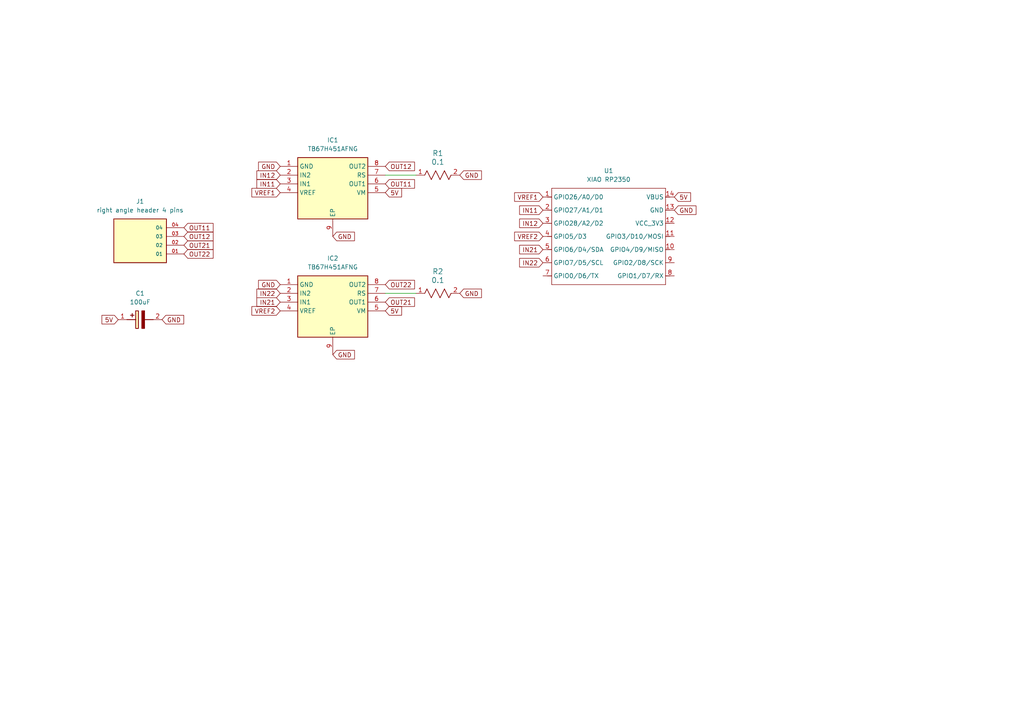
<source format=kicad_sch>
(kicad_sch (version 20250114) (generator "eeschema") (generator_version "9.0")
  (paper "A4")
  (lib_symbols
    (symbol "Neil:Capacitor 0.26x0.26" (pin_names (hide yes))
      (property "Reference" "C" (at 8.89 6.35 0))
      (property "Value" "100uF" (at 8.89 3.81 0))
      (symbol "Capacitor 0.26x0.26_1_1"
        (polyline (pts (xy 2.54 0) (xy 5.08 0)) (stroke (width 0.254)))
        (polyline (pts (xy 4.064 1.778) (xy 4.064 0.762)) (stroke (width 0.254)))
        (polyline (pts (xy 4.572 1.27) (xy 3.556 1.27)) (stroke (width 0.254)))
        (rectangle (start 5.08 2.54) (end 5.842 -2.54) (stroke (width 0.254)) (fill (type background)))
        (polyline (pts (xy 7.62 2.54) (xy 7.62 -2.54) (xy 6.858 -2.54) (xy 6.858 2.54) (xy 7.62 2.54)) (stroke (width 0.254)) (fill (type outline)))
        (polyline (pts (xy 7.62 0) (xy 10.16 0)) (stroke (width 0.254)))
        (pin passive line (at 0 0 0) (length 2.54) (name "+") (number "1"))
        (pin passive line (at 12.7 0 180) (length 2.54) (name "-") (number "2"))
      )
    )
    (symbol "Neil:Resistor 1206" (pin_names (offset 0.254))
      (property "Reference" "R" (at 5.715 3.81 0))
      (property "Value" "1k" (at 6.35 -3.81 0))
      (symbol "Resistor 1206_1_1"
        (polyline (pts (xy 2.54 0) (xy 3.175 1.27)) (stroke (width 0.2032)))
        (polyline (pts (xy 3.175 1.27) (xy 4.445 -1.27)) (stroke (width 0.2032)))
        (polyline (pts (xy 4.445 -1.27) (xy 5.715 1.27)) (stroke (width 0.2032)))
        (polyline (pts (xy 5.715 1.27) (xy 6.985 -1.27)) (stroke (width 0.2032)))
        (polyline (pts (xy 6.985 -1.27) (xy 8.255 1.27)) (stroke (width 0.2032)))
        (polyline (pts (xy 8.255 1.27) (xy 9.525 -1.27)) (stroke (width 0.2032)))
        (polyline (pts (xy 9.525 -1.27) (xy 10.16 0)) (stroke (width 0.2032)))
        (pin unspecified line (at 0 0 0) (length 2.54) (name "") (number "1"))
        (pin unspecified line (at 12.7 0 180) (length 2.54) (name "") (number "2"))
      )
      (symbol "Resistor 1206_1_2"
        (polyline (pts (xy -1.27 8.255) (xy 1.27 9.525)) (stroke (width 0.2032)))
        (polyline (pts (xy -1.27 5.715) (xy 1.27 6.985)) (stroke (width 0.2032)))
        (polyline (pts (xy -1.27 3.175) (xy 1.27 4.445)) (stroke (width 0.2032)))
        (polyline (pts (xy 0 2.54) (xy -1.27 3.175)) (stroke (width 0.2032)))
        (polyline (pts (xy 1.27 9.525) (xy 0 10.16)) (stroke (width 0.2032)))
        (polyline (pts (xy 1.27 6.985) (xy -1.27 8.255)) (stroke (width 0.2032)))
        (polyline (pts (xy 1.27 4.445) (xy -1.27 5.715)) (stroke (width 0.2032)))
        (pin unspecified line (at 0 12.7 270) (length 2.54) (name "") (number "1"))
        (pin unspecified line (at 0 0 90) (length 2.54) (name "") (number "2"))
      )
    )
    (symbol "Neil:TB67H451AFNG"
      (property "Reference" "IC" (at 26.67 7.62 0))
      (property "Value" "TB67H451AFNG" (at 26.67 5.08 0))
      (symbol "TB67H451AFNG_1_1"
        (rectangle (start 5.08 2.54) (end 25.4 -15.24) (stroke (width 0.254)) (fill (type background)))
        (pin passive line (at 0 0 0) (length 5.08) (name "GND") (number "1"))
        (pin passive line (at 0 -2.54 0) (length 5.08) (name "IN2") (number "2"))
        (pin passive line (at 0 -5.08 0) (length 5.08) (name "IN1") (number "3"))
        (pin passive line (at 0 -7.62 0) (length 5.08) (name "VREF") (number "4"))
        (pin passive line (at 15.24 -20.32 90) (length 5.08) (name "EP") (number "9"))
        (pin passive line (at 30.48 0 180) (length 5.08) (name "OUT2") (number "8"))
        (pin passive line (at 30.48 -2.54 180) (length 5.08) (name "RS") (number "7"))
        (pin passive line (at 30.48 -5.08 180) (length 5.08) (name "OUT1") (number "6"))
        (pin passive line (at 30.48 -7.62 180) (length 5.08) (name "VM") (number "5"))
      )
    )
    (symbol "Neil:TB67H451AFNG H-bridge"
      (property "Reference" "IC" (at 26.67 7.62 0))
      (property "Value" "TB67H451AFNG" (at 26.67 5.08 0))
      (symbol "TB67H451AFNG H-bridge_1_1"
        (rectangle (start 5.08 2.54) (end 25.4 -15.24) (stroke (width 0.254)) (fill (type background)))
        (pin passive line (at 0 0 0) (length 5.08) (name "GND") (number "1"))
        (pin passive line (at 0 -2.54 0) (length 5.08) (name "IN2") (number "2"))
        (pin passive line (at 0 -5.08 0) (length 5.08) (name "IN1") (number "3"))
        (pin passive line (at 0 -7.62 0) (length 5.08) (name "VREF") (number "4"))
        (pin passive line (at 15.24 -20.32 90) (length 5.08) (name "EP") (number "9"))
        (pin passive line (at 30.48 0 180) (length 5.08) (name "OUT2") (number "8"))
        (pin passive line (at 30.48 -2.54 180) (length 5.08) (name "RS") (number "7"))
        (pin passive line (at 30.48 -5.08 180) (length 5.08) (name "OUT1") (number "6"))
        (pin passive line (at 30.48 -7.62 180) (length 5.08) (name "VM") (number "5"))
      )
    )
    (symbol "Neil:XIAO RP2350"
      (property "Reference" "U" (at 1.016 2.794 0))
      (property "Value" "XIAO RP2350" (at 7.62 1.016 0))
      (symbol "XIAO RP2350_1_0"
        (polyline (pts (xy 0 0) (xy 33.02 0)) (stroke (width 0.1524)))
        (polyline (pts (xy 0 -2.54) (xy -1.27 -2.54)) (stroke (width 0.1524)))
        (polyline (pts (xy 0 -2.54) (xy 0 0)) (stroke (width 0.1524)))
        (polyline (pts (xy 0 -6.35) (xy -1.27 -6.35)) (stroke (width 0.1524)))
        (polyline (pts (xy 0 -6.35) (xy 0 -2.54)) (stroke (width 0.1524)))
        (polyline (pts (xy 0 -10.16) (xy -1.27 -10.16)) (stroke (width 0.1524)))
        (polyline (pts (xy 0 -10.16) (xy 0 -6.35)) (stroke (width 0.1524)))
        (polyline (pts (xy 0 -13.97) (xy -1.27 -13.97)) (stroke (width 0.1524)))
        (polyline (pts (xy 0 -13.97) (xy 0 -10.16)) (stroke (width 0.1524)))
        (polyline (pts (xy 0 -17.78) (xy -1.27 -17.78)) (stroke (width 0.1524)))
        (polyline (pts (xy 0 -21.59) (xy -1.27 -21.59)) (stroke (width 0.1524)))
        (polyline (pts (xy 0 -25.4) (xy -1.27 -25.4)) (stroke (width 0.1524)))
        (polyline (pts (xy 0 -27.94) (xy 0 -13.97)) (stroke (width 0.1524)))
        (polyline (pts (xy 33.02 0) (xy 33.02 -2.54)) (stroke (width 0.1524)))
        (polyline (pts (xy 33.02 -2.54) (xy 33.02 -6.35)) (stroke (width 0.1524)))
        (polyline (pts (xy 33.02 -6.35) (xy 33.02 -10.16)) (stroke (width 0.1524)))
        (polyline (pts (xy 33.02 -10.16) (xy 33.02 -27.94)) (stroke (width 0.1524)))
        (polyline (pts (xy 33.02 -27.94) (xy 0 -27.94)) (stroke (width 0.1524)))
        (polyline (pts (xy 34.29 -2.54) (xy 33.02 -2.54)) (stroke (width 0.1524)))
        (polyline (pts (xy 34.29 -6.35) (xy 33.02 -6.35)) (stroke (width 0.1524)))
        (polyline (pts (xy 34.29 -10.16) (xy 33.02 -10.16)) (stroke (width 0.1524)))
        (polyline (pts (xy 34.29 -13.97) (xy 33.02 -13.97)) (stroke (width 0.1524)))
        (polyline (pts (xy 34.29 -17.78) (xy 33.02 -17.78)) (stroke (width 0.1524)))
        (polyline (pts (xy 34.29 -21.59) (xy 33.02 -21.59)) (stroke (width 0.1524)))
        (polyline (pts (xy 34.29 -25.4) (xy 33.02 -25.4)) (stroke (width 0.1524)))
        (pin passive line (at -2.54 -2.54 0) (length 2.54) (name "GPIO26/A0/D0") (number "1"))
        (pin passive line (at -2.54 -6.35 0) (length 2.54) (name "GPIO27/A1/D1") (number "2"))
        (pin passive line (at -2.54 -10.16 0) (length 2.54) (name "GPIO28/A2/D2") (number "3"))
        (pin passive line (at -2.54 -13.97 0) (length 2.54) (name "GPIO5/D3") (number "4"))
        (pin passive line (at -2.54 -17.78 0) (length 2.54) (name "GPIO6/D4/SDA") (number "5"))
        (pin passive line (at -2.54 -21.59 0) (length 2.54) (name "GPIO7/D5/SCL") (number "6"))
        (pin passive line (at -2.54 -25.4 0) (length 2.54) (name "GPIO0/D6/TX") (number "7"))
        (pin passive line (at 35.56 -2.54 180) (length 2.54) (name "VBUS") (number "14"))
        (pin passive line (at 35.56 -6.35 180) (length 2.54) (name "GND") (number "13"))
        (pin passive line (at 35.56 -10.16 180) (length 2.54) (name "VCC_3V3") (number "12"))
        (pin passive line (at 35.56 -13.97 180) (length 2.54) (name "GPIO3/D10/MOSI") (number "11"))
        (pin passive line (at 35.56 -17.78 180) (length 2.54) (name "GPIO4/D9/MISO") (number "10"))
        (pin passive line (at 35.56 -21.59 180) (length 2.54) (name "GPIO2/D8/SCK") (number "9"))
        (pin passive line (at 35.56 -25.4 180) (length 2.54) (name "GPIO1/D7/RX") (number "8"))
      )
    )
    (symbol "Neil:right angle header 4 pins" (pin_names (offset 1.016))
      (property "Reference" "J" (at -8.12 7.62 0))
      (property "Value" "right angle header 4 pins" (at -7.62 -7.62 0))
      (symbol "right angle header 4 pins_0_0"
        (rectangle (start -7.62 -5.08) (end 7.62 7.62) (stroke (width 0.254)) (fill (type background)))
        (pin passive line (at -12.7 5.08 0) (length 5.08) (name "01") (number "01"))
        (pin passive line (at -12.7 2.54 0) (length 5.08) (name "02") (number "02"))
        (pin passive line (at -12.7 0 0) (length 5.08) (name "03") (number "03"))
        (pin passive line (at -12.7 -2.54 0) (length 5.08) (name "04") (number "04"))
      )
    )
  )
  (wire (pts (xy 111.76 85.09) (xy 120.65 85.09)))
  (wire (pts (xy 111.76 50.8) (xy 120.65 50.8)))
  (global_label "5V" (shape input) (at 111.76 90.17 0) (property "Intersheetrefs" "${INTERSHEET_REFS}" (effects (hide yes))))
  (global_label "OUT21" (shape input) (at 53.34 71.12 0) (property "Intersheetrefs" "${INTERSHEET_REFS}" (effects (hide yes))))
  (global_label "OUT21" (shape input) (at 111.76 87.63 0) (property "Intersheetrefs" "${INTERSHEET_REFS}" (effects (hide yes))))
  (global_label "GND" (shape input) (at 96.52 68.58 0) (property "Intersheetrefs" "${INTERSHEET_REFS}" (effects (hide yes))))
  (global_label "OUT12" (shape input) (at 53.34 68.58 0) (property "Intersheetrefs" "${INTERSHEET_REFS}" (effects (hide yes))))
  (global_label "IN12" (shape input) (at 157.48 64.77 180) (property "Intersheetrefs" "${INTERSHEET_REFS}" (effects (hide yes))))
  (global_label "VREF1" (shape input) (at 157.48 57.15 180) (property "Intersheetrefs" "${INTERSHEET_REFS}" (effects (hide yes))))
  (global_label "GND" (shape input) (at 133.35 85.09 0) (property "Intersheetrefs" "${INTERSHEET_REFS}" (effects (hide yes))))
  (global_label "OUT22" (shape input) (at 111.76 82.55 0) (property "Intersheetrefs" "${INTERSHEET_REFS}" (effects (hide yes))))
  (global_label "OUT11" (shape input) (at 111.76 53.34 0) (property "Intersheetrefs" "${INTERSHEET_REFS}" (effects (hide yes))))
  (global_label "IN21" (shape input) (at 157.48 72.39 180) (property "Intersheetrefs" "${INTERSHEET_REFS}" (effects (hide yes))))
  (global_label "5V" (shape input) (at 111.76 55.88 0) (property "Intersheetrefs" "${INTERSHEET_REFS}" (effects (hide yes))))
  (global_label "5V" (shape input) (at 34.29 92.71 180) (property "Intersheetrefs" "${INTERSHEET_REFS}" (effects (hide yes))))
  (global_label "IN22" (shape input) (at 157.48 76.2 180) (property "Intersheetrefs" "${INTERSHEET_REFS}" (effects (hide yes))))
  (global_label "GND" (shape input) (at 195.58 60.96 0) (property "Intersheetrefs" "${INTERSHEET_REFS}" (effects (hide yes))))
  (global_label "VREF2" (shape input) (at 81.28 90.17 180) (property "Intersheetrefs" "${INTERSHEET_REFS}" (effects (hide yes))))
  (global_label "GND" (shape input) (at 96.52 102.87 0) (property "Intersheetrefs" "${INTERSHEET_REFS}" (effects (hide yes))))
  (global_label "5V" (shape input) (at 195.58 57.15 0) (property "Intersheetrefs" "${INTERSHEET_REFS}" (effects (hide yes))))
  (global_label "VREF1" (shape input) (at 81.28 55.88 180) (property "Intersheetrefs" "${INTERSHEET_REFS}" (effects (hide yes))))
  (global_label "GND" (shape input) (at 81.28 82.55 180) (property "Intersheetrefs" "${INTERSHEET_REFS}" (effects (hide yes))))
  (global_label "GND" (shape input) (at 133.35 50.8 0) (property "Intersheetrefs" "${INTERSHEET_REFS}" (effects (hide yes))))
  (global_label "IN11" (shape input) (at 81.28 53.34 180) (property "Intersheetrefs" "${INTERSHEET_REFS}" (effects (hide yes))))
  (global_label "IN22" (shape input) (at 81.28 85.09 180) (property "Intersheetrefs" "${INTERSHEET_REFS}" (effects (hide yes))))
  (global_label "IN12" (shape input) (at 81.28 50.8 180) (property "Intersheetrefs" "${INTERSHEET_REFS}" (effects (hide yes))))
  (global_label "GND" (shape input) (at 81.28 48.26 180) (property "Intersheetrefs" "${INTERSHEET_REFS}" (effects (hide yes))))
  (global_label "OUT12" (shape input) (at 111.76 48.26 0) (property "Intersheetrefs" "${INTERSHEET_REFS}" (effects (hide yes))))
  (global_label "VREF2" (shape input) (at 157.48 68.58 180) (property "Intersheetrefs" "${INTERSHEET_REFS}" (effects (hide yes))))
  (global_label "OUT11" (shape input) (at 53.34 66.04 0) (property "Intersheetrefs" "${INTERSHEET_REFS}" (effects (hide yes))))
  (global_label "OUT22" (shape input) (at 53.34 73.66 0) (property "Intersheetrefs" "${INTERSHEET_REFS}" (effects (hide yes))))
  (global_label "IN11" (shape input) (at 157.48 60.96 180) (property "Intersheetrefs" "${INTERSHEET_REFS}" (effects (hide yes))))
  (global_label "IN21" (shape input) (at 81.28 87.63 180) (property "Intersheetrefs" "${INTERSHEET_REFS}" (effects (hide yes))))
  (global_label "GND" (shape input) (at 46.99 92.71 0) (property "Intersheetrefs" "${INTERSHEET_REFS}" (effects (hide yes))))
  (symbol (lib_id "Neil:Resistor 1206") (at 120.65 50.8 0) (unit 1)
    (property "Reference" "R1" (at 127 44.45 0) (effects (font (size 1.524 1.524))))
    (property "Value" "0.1" (at 127 46.99 0) (effects (font (size 1.524 1.524))))
    (property "Footprint" "Neil:Resistor 1206" (effects (hide yes)))
    (property "Datasheet" "RC1206FR-071KL" (effects (hide yes)))
  )
  (symbol (lib_id "Neil:XIAO RP2350") (at 160.02 54.61 0) (unit 1)
    (property "Reference" "U1" (at 176.53 49.53 0))
    (property "Value" "XIAO RP2350" (at 176.53 52.07 0))
    (property "Footprint" "Neil:XIAO-RP2350-SMD" (effects (hide yes)))
  )
  (symbol (lib_id "Neil:right angle header 4 pins") (at 40.64 68.58 180) (unit 1)
    (property "Reference" "J1" (at 40.64 58.42 0))
    (property "Value" "right angle header 4 pins" (at 40.64 60.96 0))
    (property "Footprint" "Neil:right angle header 4 pins" (effects (hide yes)))
    (property "MF" "Samtec" (effects (hide yes)))
    (property "Description_1" "Connector Header Surface Mount, Right Angle 4 position 0.100 (2.54mm)" (effects (hide yes)))
    (property "Package" "None" (effects (hide yes)))
    (property "Price" "None" (effects (hide yes)))
    (property "Check_prices" "https://www.snapeda.com/parts/TSM-104-01-S-SH-K-TR/Samtec/view-part/?ref=eda" (effects (hide yes)))
    (property "STANDARD" "Manufacturer Recommendations" (effects (hide yes)))
    (property "PARTREV" "R" (effects (hide yes)))
    (property "SnapEDA_Link" "https://www.snapeda.com/parts/TSM-104-01-S-SH-K-TR/Samtec/view-part/?ref=snap" (effects (hide yes)))
    (property "MP" "TSM-104-01-S-SH-K-TR" (effects (hide yes)))
    (property "Availability" "In Stock" (effects (hide yes)))
    (property "MANUFACTURER" "Samtec" (effects (hide yes)))
  )
  (symbol (lib_id "Neil:TB67H451AFNG H-bridge") (at 81.28 82.55 0) (unit 1)
    (property "Reference" "IC2" (at 96.52 74.93 0))
    (property "Value" "TB67H451AFNG" (at 96.52 77.47 0))
    (property "Footprint" "Neil:TB67H451AFNG" (effects (hide yes)))
    (property "Datasheet" "https://toshiba.semicon-storage.com/info/docget.jsp?did=70456&prodName=TB67H451AFNG" (effects (hide yes)))
    (property "Description" "Motor/Motion/Ignition Controllers & Drivers" (effects (hide yes)))
    (property "Height" "1.7" (effects (hide yes)))
    (property "Manufacturer_Name" "Toshiba" (effects (hide yes)))
    (property "Manufacturer_Part_Number" "TB67H451AFNG" (effects (hide yes)))
    (property "Mouser Part Number" "N/A" (effects (hide yes)))
    (property "Mouser Price/Stock" "https://www.mouser.co.uk/ProductDetail/Toshiba/TB67H451AFNG?qs=By6Nw2ByBD2YB4J9TBJd0w%3D%3D" (effects (hide yes)))
  )
  (symbol (lib_id "Neil:Resistor 1206") (at 120.65 85.09 0) (unit 1)
    (property "Reference" "R2" (at 127 78.74 0) (effects (font (size 1.524 1.524))))
    (property "Value" "0.1" (at 127 81.28 0) (effects (font (size 1.524 1.524))))
    (property "Footprint" "Neil:Resistor 1206" (effects (hide yes)))
    (property "Datasheet" "RC1206FR-071KL" (effects (hide yes)))
  )
  (symbol (lib_id "Neil:Capacitor 0.26x0.26") (at 34.29 92.71 0) (unit 1)
    (property "Reference" "C1" (at 40.64 85.09 0))
    (property "Value" "100uF" (at 40.64 87.63 0))
    (property "Footprint" "Neil:EEEHP1H4R7P" (effects (hide yes)))
    (property "Datasheet" "http://industrial.panasonic.com/cdbs/www-data/pdf/RDE0000/RDE0000C1266.pdf" (effects (hide yes)))
    (property "Description" "Aluminum Electrolytic Capacitors - SMD 25VDC 100uF 20% 6.3x5.8mm AEC-Q200" (effects (hide yes)))
    (property "Manufacturer_Name" "Panasonic" (effects (hide yes)))
    (property "Manufacturer_Part_Number" "EEE-FN1E101UL" (effects (hide yes)))
    (property "Mouser Part Number" "667-EEE-FN1E101UL" (effects (hide yes)))
    (property "Mouser Price/Stock" "https://www.mouser.co.uk/ProductDetail/Panasonic/EEE-FN1E101UL?qs=vmHwEFxEFR%2FTCY6hshedlQ%3D%3D" (effects (hide yes)))
    (property "Arrow Part Number" "EEE-FN1E101UL" (effects (hide yes)))
    (property "Arrow Price/Stock" "https://www.arrow.com/en/products/eee-fn1e101ul/panasonic?region=nac" (effects (hide yes)))
  )
  (symbol (lib_id "Neil:TB67H451AFNG") (at 81.28 48.26 0) (unit 1)
    (property "Reference" "IC1" (at 96.52 40.64 0))
    (property "Value" "TB67H451AFNG" (at 96.52 43.18 0))
    (property "Footprint" "Neil:TB67H451AFNG" (effects (hide yes)))
    (property "Datasheet" "https://toshiba.semicon-storage.com/info/docget.jsp?did=70456&prodName=TB67H451AFNG" (effects (hide yes)))
    (property "Description" "Motor/Motion/Ignition Controllers & Drivers" (effects (hide yes)))
    (property "Height" "1.7" (effects (hide yes)))
    (property "Manufacturer_Name" "Toshiba" (effects (hide yes)))
    (property "Manufacturer_Part_Number" "TB67H451AFNG" (effects (hide yes)))
    (property "Mouser Part Number" "N/A" (effects (hide yes)))
    (property "Mouser Price/Stock" "https://www.mouser.co.uk/ProductDetail/Toshiba/TB67H451AFNG?qs=By6Nw2ByBD2YB4J9TBJd0w%3D%3D" (effects (hide yes)))
  )
)
</source>
